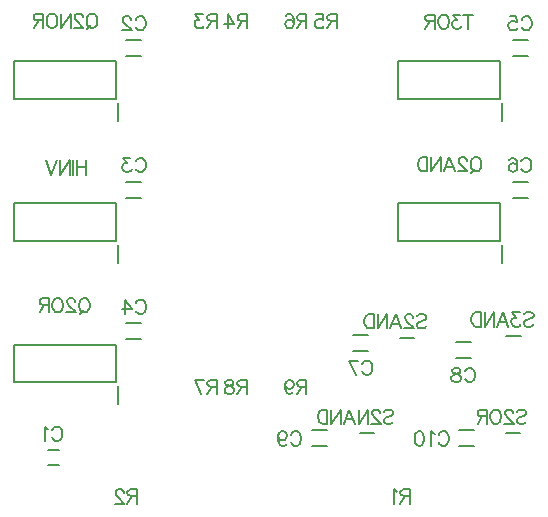
<source format=gbr>
G04*
G04 #@! TF.GenerationSoftware,Altium Limited,Altium Designer,23.8.1 (32)*
G04*
G04 Layer_Color=32896*
%FSLAX44Y44*%
%MOMM*%
G71*
G04*
G04 #@! TF.SameCoordinates,4E8033DB-9698-49A7-8747-1B8CF0FAEC2F*
G04*
G04*
G04 #@! TF.FilePolarity,Positive*
G04*
G01*
G75*
%ADD12C,0.2000*%
D12*
X323635Y170437D02*
X336360D01*
X323635Y183937D02*
X336360D01*
X363002Y181686D02*
X375002D01*
X65000Y73650D02*
X75000D01*
X65000Y86350D02*
X75000D01*
X453500Y183180D02*
X465500D01*
X413638Y89750D02*
X426362D01*
X413638Y103250D02*
X426362D01*
X288638Y89750D02*
X301362D01*
X288638Y103250D02*
X301362D01*
X329275Y101000D02*
X341275D01*
X458638Y300370D02*
X471362D01*
X458638Y313870D02*
X471362D01*
X453110Y101000D02*
X465110D01*
X449850Y245250D02*
Y260500D01*
X361750Y264000D02*
X448250D01*
X361750D02*
Y296000D01*
X448250D01*
Y264000D02*
Y296000D01*
Y384000D02*
Y416000D01*
X361750D02*
X448250D01*
X361750Y384000D02*
Y416000D01*
Y384000D02*
X448250D01*
X449850Y365250D02*
Y380500D01*
X124850Y125250D02*
Y140500D01*
X36750Y144000D02*
X123250D01*
X36750D02*
Y176000D01*
X123250D01*
Y144000D02*
Y176000D01*
X124850Y245250D02*
Y260500D01*
X36750Y264000D02*
X123250D01*
X36750D02*
Y296000D01*
X123250D01*
Y264000D02*
Y296000D01*
X124850Y365250D02*
Y380500D01*
X36750Y384000D02*
X123250D01*
X36750D02*
Y416000D01*
X123250D01*
Y384000D02*
Y416000D01*
X131738Y433870D02*
X144462D01*
X131738Y420370D02*
X144462D01*
X131738Y300370D02*
X144462D01*
X131738Y313870D02*
X144462D01*
X410638Y177930D02*
X423362D01*
X410638Y164430D02*
X423362D01*
X131738Y180370D02*
X144462D01*
X131738Y193870D02*
X144462D01*
X458638Y420370D02*
X471362D01*
X458638Y433870D02*
X471362D01*
X395974Y99565D02*
X396546Y100708D01*
X397688Y101850D01*
X398831Y102421D01*
X401116D01*
X402259Y101850D01*
X403401Y100708D01*
X403973Y99565D01*
X404544Y97851D01*
Y94994D01*
X403973Y93280D01*
X403401Y92138D01*
X402259Y90995D01*
X401116Y90424D01*
X398831D01*
X397688Y90995D01*
X396546Y92138D01*
X395974Y93280D01*
X392604Y100136D02*
X391461Y100708D01*
X389747Y102421D01*
Y90424D01*
X380378Y102421D02*
X382092Y101850D01*
X383234Y100136D01*
X383806Y97280D01*
Y95566D01*
X383234Y92709D01*
X382092Y90995D01*
X380378Y90424D01*
X379235D01*
X377521Y90995D01*
X376379Y92709D01*
X375807Y95566D01*
Y97280D01*
X376379Y100136D01*
X377521Y101850D01*
X379235Y102421D01*
X380378D01*
X271006Y99565D02*
X271578Y100708D01*
X272720Y101850D01*
X273863Y102421D01*
X276148D01*
X277291Y101850D01*
X278433Y100708D01*
X279005Y99565D01*
X279576Y97851D01*
Y94994D01*
X279005Y93280D01*
X278433Y92138D01*
X277291Y90995D01*
X276148Y90424D01*
X273863D01*
X272720Y90995D01*
X271578Y92138D01*
X271006Y93280D01*
X260209Y98422D02*
X260780Y96708D01*
X261923Y95566D01*
X263636Y94994D01*
X264208D01*
X265922Y95566D01*
X267064Y96708D01*
X267636Y98422D01*
Y98994D01*
X267064Y100708D01*
X265922Y101850D01*
X264208Y102421D01*
X263636D01*
X261923Y101850D01*
X260780Y100708D01*
X260209Y98422D01*
Y95566D01*
X260780Y92709D01*
X261923Y90995D01*
X263636Y90424D01*
X264779D01*
X266493Y90995D01*
X267064Y92138D01*
X418326Y153413D02*
X418898Y154556D01*
X420040Y155698D01*
X421183Y156269D01*
X423468D01*
X424611Y155698D01*
X425753Y154556D01*
X426325Y153413D01*
X426896Y151699D01*
Y148842D01*
X426325Y147128D01*
X425753Y145986D01*
X424611Y144843D01*
X423468Y144272D01*
X421183D01*
X420040Y144843D01*
X418898Y145986D01*
X418326Y147128D01*
X412099Y156269D02*
X413813Y155698D01*
X414384Y154556D01*
Y153413D01*
X413813Y152270D01*
X412671Y151699D01*
X410385Y151128D01*
X408671Y150556D01*
X407529Y149414D01*
X406957Y148271D01*
Y146557D01*
X407529Y145415D01*
X408100Y144843D01*
X409814Y144272D01*
X412099D01*
X413813Y144843D01*
X414384Y145415D01*
X414956Y146557D01*
Y148271D01*
X414384Y149414D01*
X413242Y150556D01*
X411528Y151128D01*
X409243Y151699D01*
X408100Y152270D01*
X407529Y153413D01*
Y154556D01*
X408100Y155698D01*
X409814Y156269D01*
X412099D01*
X331458Y159509D02*
X332030Y160651D01*
X333172Y161794D01*
X334315Y162365D01*
X336600D01*
X337743Y161794D01*
X338885Y160651D01*
X339457Y159509D01*
X340028Y157795D01*
Y154938D01*
X339457Y153224D01*
X338885Y152082D01*
X337743Y150939D01*
X336600Y150368D01*
X334315D01*
X333172Y150939D01*
X332030Y152082D01*
X331458Y153224D01*
X320089Y162365D02*
X325802Y150368D01*
X328088Y162365D02*
X320089D01*
X466078Y331213D02*
X466650Y332355D01*
X467792Y333498D01*
X468935Y334069D01*
X471220D01*
X472363Y333498D01*
X473505Y332355D01*
X474077Y331213D01*
X474648Y329499D01*
Y326642D01*
X474077Y324929D01*
X473505Y323786D01*
X472363Y322643D01*
X471220Y322072D01*
X468935D01*
X467792Y322643D01*
X466650Y323786D01*
X466078Y324929D01*
X455852Y332355D02*
X456423Y333498D01*
X458137Y334069D01*
X459280D01*
X460994Y333498D01*
X462136Y331784D01*
X462708Y328928D01*
Y326071D01*
X462136Y323786D01*
X460994Y322643D01*
X459280Y322072D01*
X458708D01*
X456995Y322643D01*
X455852Y323786D01*
X455281Y325500D01*
Y326071D01*
X455852Y327785D01*
X456995Y328928D01*
X458708Y329499D01*
X459280D01*
X460994Y328928D01*
X462136Y327785D01*
X462708Y326071D01*
X466332Y451101D02*
X466904Y452243D01*
X468046Y453386D01*
X469189Y453957D01*
X471474D01*
X472617Y453386D01*
X473759Y452243D01*
X474331Y451101D01*
X474902Y449387D01*
Y446530D01*
X474331Y444817D01*
X473759Y443674D01*
X472617Y442531D01*
X471474Y441960D01*
X469189D01*
X468046Y442531D01*
X466904Y443674D01*
X466332Y444817D01*
X456106Y453957D02*
X461819D01*
X462390Y448816D01*
X461819Y449387D01*
X460105Y449958D01*
X458391D01*
X456677Y449387D01*
X455535Y448244D01*
X454963Y446530D01*
Y445388D01*
X455535Y443674D01*
X456677Y442531D01*
X458391Y441960D01*
X460105D01*
X461819Y442531D01*
X462390Y443103D01*
X462962Y444245D01*
X139688Y211071D02*
X140260Y212213D01*
X141402Y213356D01*
X142545Y213927D01*
X144830D01*
X145973Y213356D01*
X147115Y212213D01*
X147687Y211071D01*
X148258Y209357D01*
Y206500D01*
X147687Y204786D01*
X147115Y203644D01*
X145973Y202501D01*
X144830Y201930D01*
X142545D01*
X141402Y202501D01*
X140260Y203644D01*
X139688Y204786D01*
X130605Y213927D02*
X136318Y205929D01*
X127748D01*
X130605Y213927D02*
Y201930D01*
X139434Y331213D02*
X140006Y332355D01*
X141148Y333498D01*
X142291Y334069D01*
X144576D01*
X145719Y333498D01*
X146861Y332355D01*
X147433Y331213D01*
X148004Y329499D01*
Y326642D01*
X147433Y324929D01*
X146861Y323786D01*
X145719Y322643D01*
X144576Y322072D01*
X142291D01*
X141148Y322643D01*
X140006Y323786D01*
X139434Y324929D01*
X134921Y334069D02*
X128637D01*
X132065Y329499D01*
X130351D01*
X129208Y328928D01*
X128637Y328356D01*
X128065Y326642D01*
Y325500D01*
X128637Y323786D01*
X129779Y322643D01*
X131493Y322072D01*
X133207D01*
X134921Y322643D01*
X135492Y323215D01*
X136064Y324357D01*
X68822Y103629D02*
X69394Y104771D01*
X70536Y105914D01*
X71679Y106485D01*
X73964D01*
X75107Y105914D01*
X76249Y104771D01*
X76821Y103629D01*
X77392Y101915D01*
Y99059D01*
X76821Y97345D01*
X76249Y96202D01*
X75107Y95059D01*
X73964Y94488D01*
X71679D01*
X70536Y95059D01*
X69394Y96202D01*
X68822Y97345D01*
X65452Y104200D02*
X64309Y104771D01*
X62595Y106485D01*
Y94488D01*
X420940Y455390D02*
Y443392D01*
X424939Y455390D02*
X416941D01*
X414370D02*
X408086D01*
X411514Y450819D01*
X409800D01*
X408657Y450248D01*
X408086Y449677D01*
X407515Y447963D01*
Y446820D01*
X408086Y445106D01*
X409229Y443963D01*
X410942Y443392D01*
X412656D01*
X414370Y443963D01*
X414941Y444535D01*
X415513Y445677D01*
X401402Y455390D02*
X402544Y454818D01*
X403687Y453676D01*
X404258Y452533D01*
X404829Y450819D01*
Y447963D01*
X404258Y446249D01*
X403687Y445106D01*
X402544Y443963D01*
X401402Y443392D01*
X399116D01*
X397974Y443963D01*
X396831Y445106D01*
X396260Y446249D01*
X395689Y447963D01*
Y450819D01*
X396260Y452533D01*
X396831Y453676D01*
X397974Y454818D01*
X399116Y455390D01*
X401402D01*
X392889D02*
Y443392D01*
Y455390D02*
X387747D01*
X386033Y454818D01*
X385462Y454247D01*
X384891Y453104D01*
Y451962D01*
X385462Y450819D01*
X386033Y450248D01*
X387747Y449677D01*
X392889D01*
X388890D02*
X384891Y443392D01*
X468428Y201546D02*
X469570Y202688D01*
X471284Y203259D01*
X473569D01*
X475283Y202688D01*
X476426Y201546D01*
Y200403D01*
X475855Y199260D01*
X475283Y198689D01*
X474141Y198118D01*
X470713Y196975D01*
X469570Y196404D01*
X468999Y195833D01*
X468428Y194690D01*
Y192976D01*
X469570Y191833D01*
X471284Y191262D01*
X473569D01*
X475283Y191833D01*
X476426Y192976D01*
X464600Y203259D02*
X458316D01*
X461743Y198689D01*
X460029D01*
X458887Y198118D01*
X458316Y197546D01*
X457744Y195833D01*
Y194690D01*
X458316Y192976D01*
X459458Y191833D01*
X461172Y191262D01*
X462886D01*
X464600Y191833D01*
X465171Y192405D01*
X465743Y193547D01*
X445918Y191262D02*
X450489Y203259D01*
X455059Y191262D01*
X453345Y195261D02*
X447632D01*
X443119Y203259D02*
Y191262D01*
Y203259D02*
X435121Y191262D01*
Y203259D02*
Y191262D01*
X431807Y203259D02*
Y191262D01*
Y203259D02*
X427808D01*
X426094Y202688D01*
X424951Y201546D01*
X424380Y200403D01*
X423809Y198689D01*
Y195833D01*
X424380Y194118D01*
X424951Y192976D01*
X426094Y191833D01*
X427808Y191262D01*
X431807D01*
X462332Y119249D02*
X463474Y120392D01*
X465188Y120963D01*
X467473D01*
X469187Y120392D01*
X470330Y119249D01*
Y118107D01*
X469759Y116964D01*
X469187Y116393D01*
X468045Y115822D01*
X464617Y114679D01*
X463474Y114108D01*
X462903Y113537D01*
X462332Y112394D01*
Y110680D01*
X463474Y109537D01*
X465188Y108966D01*
X467473D01*
X469187Y109537D01*
X470330Y110680D01*
X459075Y118107D02*
Y118678D01*
X458504Y119821D01*
X457933Y120392D01*
X456790Y120963D01*
X454505D01*
X453362Y120392D01*
X452791Y119821D01*
X452220Y118678D01*
Y117536D01*
X452791Y116393D01*
X453933Y114679D01*
X459647Y108966D01*
X451648D01*
X445535Y120963D02*
X446678Y120392D01*
X447821Y119249D01*
X448392Y118107D01*
X448963Y116393D01*
Y113537D01*
X448392Y111823D01*
X447821Y110680D01*
X446678Y109537D01*
X445535Y108966D01*
X443250D01*
X442108Y109537D01*
X440965Y110680D01*
X440394Y111823D01*
X439822Y113537D01*
Y116393D01*
X440394Y118107D01*
X440965Y119249D01*
X442108Y120392D01*
X443250Y120963D01*
X445535D01*
X437023D02*
Y108966D01*
Y120963D02*
X431881D01*
X430167Y120392D01*
X429596Y119821D01*
X429025Y118678D01*
Y117536D01*
X429596Y116393D01*
X430167Y115822D01*
X431881Y115250D01*
X437023D01*
X433024D02*
X429025Y108966D01*
X349810Y119249D02*
X350952Y120392D01*
X352666Y120963D01*
X354952D01*
X356665Y120392D01*
X357808Y119249D01*
Y118107D01*
X357237Y116964D01*
X356665Y116393D01*
X355523Y115822D01*
X352095Y114679D01*
X350952Y114108D01*
X350381Y113537D01*
X349810Y112394D01*
Y110680D01*
X350952Y109537D01*
X352666Y108966D01*
X354952D01*
X356665Y109537D01*
X357808Y110680D01*
X346553Y118107D02*
Y118678D01*
X345982Y119821D01*
X345411Y120392D01*
X344268Y120963D01*
X341983D01*
X340840Y120392D01*
X340269Y119821D01*
X339698Y118678D01*
Y117536D01*
X340269Y116393D01*
X341412Y114679D01*
X347125Y108966D01*
X339126D01*
X336441Y120963D02*
Y108966D01*
Y120963D02*
X328443Y108966D01*
Y120963D02*
Y108966D01*
X315988D02*
X320559Y120963D01*
X325129Y108966D01*
X323415Y112965D02*
X317702D01*
X313189Y120963D02*
Y108966D01*
Y120963D02*
X305191Y108966D01*
Y120963D02*
Y108966D01*
X301877Y120963D02*
Y108966D01*
Y120963D02*
X297878D01*
X296164Y120392D01*
X295021Y119249D01*
X294450Y118107D01*
X293879Y116393D01*
Y113537D01*
X294450Y111823D01*
X295021Y110680D01*
X296164Y109537D01*
X297878Y108966D01*
X301877D01*
X377750Y200021D02*
X378892Y201164D01*
X380606Y201735D01*
X382892D01*
X384605Y201164D01*
X385748Y200021D01*
Y198879D01*
X385177Y197736D01*
X384605Y197165D01*
X383463Y196594D01*
X380035Y195451D01*
X378892Y194880D01*
X378321Y194308D01*
X377750Y193166D01*
Y191452D01*
X378892Y190309D01*
X380606Y189738D01*
X382892D01*
X384605Y190309D01*
X385748Y191452D01*
X374493Y198879D02*
Y199450D01*
X373922Y200593D01*
X373351Y201164D01*
X372208Y201735D01*
X369923D01*
X368780Y201164D01*
X368209Y200593D01*
X367638Y199450D01*
Y198308D01*
X368209Y197165D01*
X369352Y195451D01*
X375065Y189738D01*
X367066D01*
X355240D02*
X359811Y201735D01*
X364381Y189738D01*
X362667Y193737D02*
X356954D01*
X352441Y201735D02*
Y189738D01*
Y201735D02*
X344443Y189738D01*
Y201735D02*
Y189738D01*
X341129Y201735D02*
Y189738D01*
Y201735D02*
X337130D01*
X335416Y201164D01*
X334273Y200021D01*
X333702Y198879D01*
X333131Y197165D01*
Y194308D01*
X333702Y192595D01*
X334273Y191452D01*
X335416Y190309D01*
X337130Y189738D01*
X341129D01*
X284148Y146109D02*
Y134112D01*
Y146109D02*
X279006D01*
X277292Y145538D01*
X276721Y144967D01*
X276150Y143824D01*
Y142682D01*
X276721Y141539D01*
X277292Y140968D01*
X279006Y140396D01*
X284148D01*
X280149D02*
X276150Y134112D01*
X266038Y142110D02*
X266609Y140396D01*
X267752Y139254D01*
X269465Y138682D01*
X270037D01*
X271751Y139254D01*
X272893Y140396D01*
X273465Y142110D01*
Y142682D01*
X272893Y144396D01*
X271751Y145538D01*
X270037Y146109D01*
X269465D01*
X267752Y145538D01*
X266609Y144396D01*
X266038Y142110D01*
Y139254D01*
X266609Y136397D01*
X267752Y134683D01*
X269465Y134112D01*
X270608D01*
X272322Y134683D01*
X272893Y135826D01*
X233602Y146109D02*
Y134112D01*
Y146109D02*
X228460D01*
X226746Y145538D01*
X226175Y144967D01*
X225604Y143824D01*
Y142682D01*
X226175Y141539D01*
X226746Y140968D01*
X228460Y140396D01*
X233602D01*
X229603D02*
X225604Y134112D01*
X220062Y146109D02*
X221776Y145538D01*
X222347Y144396D01*
Y143253D01*
X221776Y142110D01*
X220633Y141539D01*
X218348Y140968D01*
X216634Y140396D01*
X215492Y139254D01*
X214920Y138111D01*
Y136397D01*
X215492Y135255D01*
X216063Y134683D01*
X217777Y134112D01*
X220062D01*
X221776Y134683D01*
X222347Y135255D01*
X222919Y136397D01*
Y138111D01*
X222347Y139254D01*
X221205Y140396D01*
X219491Y140968D01*
X217206Y141539D01*
X216063Y142110D01*
X215492Y143253D01*
Y144396D01*
X216063Y145538D01*
X217777Y146109D01*
X220062D01*
X208202D02*
Y134112D01*
Y146109D02*
X203060D01*
X201346Y145538D01*
X200775Y144967D01*
X200204Y143824D01*
Y142682D01*
X200775Y141539D01*
X201346Y140968D01*
X203060Y140396D01*
X208202D01*
X204203D02*
X200204Y134112D01*
X189520Y146109D02*
X195233Y134112D01*
X197519Y146109D02*
X189520D01*
X284148Y455735D02*
Y443738D01*
Y455735D02*
X279006D01*
X277292Y455164D01*
X276721Y454593D01*
X276150Y453450D01*
Y452308D01*
X276721Y451165D01*
X277292Y450594D01*
X279006Y450022D01*
X284148D01*
X280149D02*
X276150Y443738D01*
X266609Y454021D02*
X267180Y455164D01*
X268894Y455735D01*
X270037D01*
X271751Y455164D01*
X272893Y453450D01*
X273465Y450594D01*
Y447737D01*
X272893Y445452D01*
X271751Y444309D01*
X270037Y443738D01*
X269465D01*
X267752Y444309D01*
X266609Y445452D01*
X266038Y447166D01*
Y447737D01*
X266609Y449451D01*
X267752Y450594D01*
X269465Y451165D01*
X270037D01*
X271751Y450594D01*
X272893Y449451D01*
X273465Y447737D01*
X309802Y455735D02*
Y443738D01*
Y455735D02*
X304660D01*
X302946Y455164D01*
X302375Y454593D01*
X301804Y453450D01*
Y452308D01*
X302375Y451165D01*
X302946Y450594D01*
X304660Y450022D01*
X309802D01*
X305803D02*
X301804Y443738D01*
X292263Y455735D02*
X297976D01*
X298547Y450594D01*
X297976Y451165D01*
X296262Y451736D01*
X294548D01*
X292834Y451165D01*
X291692Y450022D01*
X291120Y448308D01*
Y447166D01*
X291692Y445452D01*
X292834Y444309D01*
X294548Y443738D01*
X296262D01*
X297976Y444309D01*
X298547Y444881D01*
X299119Y446023D01*
X233856Y455735D02*
Y443738D01*
Y455735D02*
X228714D01*
X227000Y455164D01*
X226429Y454593D01*
X225858Y453450D01*
Y452308D01*
X226429Y451165D01*
X227000Y450594D01*
X228714Y450022D01*
X233856D01*
X229857D02*
X225858Y443738D01*
X217460Y455735D02*
X223173Y447737D01*
X214603D01*
X217460Y455735D02*
Y443738D01*
X208202Y455735D02*
Y443738D01*
Y455735D02*
X203060D01*
X201346Y455164D01*
X200775Y454593D01*
X200204Y453450D01*
Y452308D01*
X200775Y451165D01*
X201346Y450594D01*
X203060Y450022D01*
X208202D01*
X204203D02*
X200204Y443738D01*
X196376Y455735D02*
X190092D01*
X193519Y451165D01*
X191805D01*
X190663Y450594D01*
X190092Y450022D01*
X189520Y448308D01*
Y447166D01*
X190092Y445452D01*
X191234Y444309D01*
X192948Y443738D01*
X194662D01*
X196376Y444309D01*
X196947Y444881D01*
X197519Y446023D01*
X140638Y53399D02*
Y41402D01*
Y53399D02*
X135496D01*
X133782Y52828D01*
X133211Y52257D01*
X132640Y51114D01*
Y49972D01*
X133211Y48829D01*
X133782Y48258D01*
X135496Y47686D01*
X140638D01*
X136639D02*
X132640Y41402D01*
X129383Y50543D02*
Y51114D01*
X128812Y52257D01*
X128241Y52828D01*
X127098Y53399D01*
X124813D01*
X123670Y52828D01*
X123099Y52257D01*
X122528Y51114D01*
Y49972D01*
X123099Y48829D01*
X124242Y47115D01*
X129955Y41402D01*
X121956D01*
X371778Y53399D02*
Y41402D01*
Y53399D02*
X366636D01*
X364922Y52828D01*
X364351Y52257D01*
X363780Y51114D01*
Y49972D01*
X364351Y48829D01*
X364922Y48258D01*
X366636Y47686D01*
X371778D01*
X367779D02*
X363780Y41402D01*
X361095Y51114D02*
X359952Y51686D01*
X358238Y53399D01*
Y41402D01*
X97283Y215276D02*
X98426Y214704D01*
X99569Y213562D01*
X100140Y212419D01*
X100711Y210705D01*
Y207849D01*
X100140Y206135D01*
X99569Y204992D01*
X98426Y203850D01*
X97283Y203278D01*
X94998D01*
X93856Y203850D01*
X92713Y204992D01*
X92142Y206135D01*
X91570Y207849D01*
Y210705D01*
X92142Y212419D01*
X92713Y213562D01*
X93856Y214704D01*
X94998Y215276D01*
X97283D01*
X95570Y205563D02*
X92142Y202136D01*
X88200Y212419D02*
Y212990D01*
X87628Y214133D01*
X87057Y214704D01*
X85914Y215276D01*
X83629D01*
X82487Y214704D01*
X81915Y214133D01*
X81344Y212990D01*
Y211848D01*
X81915Y210705D01*
X83058Y208991D01*
X88771Y203278D01*
X80773D01*
X74660Y215276D02*
X75802Y214704D01*
X76945Y213562D01*
X77516Y212419D01*
X78088Y210705D01*
Y207849D01*
X77516Y206135D01*
X76945Y204992D01*
X75802Y203850D01*
X74660Y203278D01*
X72375D01*
X71232Y203850D01*
X70089Y204992D01*
X69518Y206135D01*
X68947Y207849D01*
Y210705D01*
X69518Y212419D01*
X70089Y213562D01*
X71232Y214704D01*
X72375Y215276D01*
X74660D01*
X66147D02*
Y203278D01*
Y215276D02*
X61006D01*
X59292Y214704D01*
X58720Y214133D01*
X58149Y212990D01*
Y211848D01*
X58720Y210705D01*
X59292Y210134D01*
X61006Y209562D01*
X66147D01*
X62148D02*
X58149Y203278D01*
X103764Y456067D02*
X104907Y455495D01*
X106049Y454353D01*
X106620Y453210D01*
X107192Y451496D01*
Y448640D01*
X106620Y446926D01*
X106049Y445783D01*
X104907Y444641D01*
X103764Y444069D01*
X101479D01*
X100336Y444641D01*
X99193Y445783D01*
X98622Y446926D01*
X98051Y448640D01*
Y451496D01*
X98622Y453210D01*
X99193Y454353D01*
X100336Y455495D01*
X101479Y456067D01*
X103764D01*
X102050Y446354D02*
X98622Y442927D01*
X94680Y453210D02*
Y453781D01*
X94109Y454924D01*
X93538Y455495D01*
X92395Y456067D01*
X90110D01*
X88967Y455495D01*
X88396Y454924D01*
X87824Y453781D01*
Y452639D01*
X88396Y451496D01*
X89538Y449782D01*
X95251Y444069D01*
X87253D01*
X84568Y456067D02*
Y444069D01*
Y456067D02*
X76570Y444069D01*
Y456067D02*
Y444069D01*
X69828Y456067D02*
X70971Y455495D01*
X72113Y454353D01*
X72685Y453210D01*
X73256Y451496D01*
Y448640D01*
X72685Y446926D01*
X72113Y445783D01*
X70971Y444641D01*
X69828Y444069D01*
X67543D01*
X66400Y444641D01*
X65258Y445783D01*
X64686Y446926D01*
X64115Y448640D01*
Y451496D01*
X64686Y453210D01*
X65258Y454353D01*
X66400Y455495D01*
X67543Y456067D01*
X69828D01*
X61316D02*
Y444069D01*
Y456067D02*
X56174D01*
X54460Y455495D01*
X53889Y454924D01*
X53317Y453781D01*
Y452639D01*
X53889Y451496D01*
X54460Y450925D01*
X56174Y450354D01*
X61316D01*
X57317D02*
X53317Y444069D01*
X428927Y334528D02*
X430069Y333956D01*
X431212Y332814D01*
X431783Y331671D01*
X432354Y329957D01*
Y327101D01*
X431783Y325387D01*
X431212Y324244D01*
X430069Y323101D01*
X428927Y322530D01*
X426641D01*
X425499Y323101D01*
X424356Y324244D01*
X423785Y325387D01*
X423214Y327101D01*
Y329957D01*
X423785Y331671D01*
X424356Y332814D01*
X425499Y333956D01*
X426641Y334528D01*
X428927D01*
X427213Y324815D02*
X423785Y321387D01*
X419843Y331671D02*
Y332242D01*
X419271Y333385D01*
X418700Y333956D01*
X417557Y334528D01*
X415272D01*
X414130Y333956D01*
X413558Y333385D01*
X412987Y332242D01*
Y331100D01*
X413558Y329957D01*
X414701Y328243D01*
X420414Y322530D01*
X412416D01*
X400590D02*
X405160Y334528D01*
X409731Y322530D01*
X408017Y326529D02*
X402304D01*
X397790Y334528D02*
Y322530D01*
Y334528D02*
X389792Y322530D01*
Y334528D02*
Y322530D01*
X386478Y334528D02*
Y322530D01*
Y334528D02*
X382479D01*
X380765Y333956D01*
X379623Y332814D01*
X379052Y331671D01*
X378480Y329957D01*
Y327101D01*
X379052Y325387D01*
X379623Y324244D01*
X380765Y323101D01*
X382479Y322530D01*
X386478D01*
X97712Y331884D02*
Y319887D01*
X89714Y331884D02*
Y319887D01*
X97712Y326171D02*
X89714D01*
X86401Y331884D02*
Y319887D01*
X83887Y331884D02*
Y319887D01*
Y331884D02*
X75889Y319887D01*
Y331884D02*
Y319887D01*
X72575Y331884D02*
X68005Y319887D01*
X63434Y331884D02*
X68005Y319887D01*
X139434Y451101D02*
X140006Y452243D01*
X141148Y453386D01*
X142291Y453957D01*
X144576D01*
X145719Y453386D01*
X146861Y452243D01*
X147433Y451101D01*
X148004Y449387D01*
Y446530D01*
X147433Y444817D01*
X146861Y443674D01*
X145719Y442531D01*
X144576Y441960D01*
X142291D01*
X141148Y442531D01*
X140006Y443674D01*
X139434Y444817D01*
X135492Y451101D02*
Y451672D01*
X134921Y452815D01*
X134350Y453386D01*
X133207Y453957D01*
X130922D01*
X129779Y453386D01*
X129208Y452815D01*
X128637Y451672D01*
Y450530D01*
X129208Y449387D01*
X130351Y447673D01*
X136064Y441960D01*
X128065D01*
M02*

</source>
